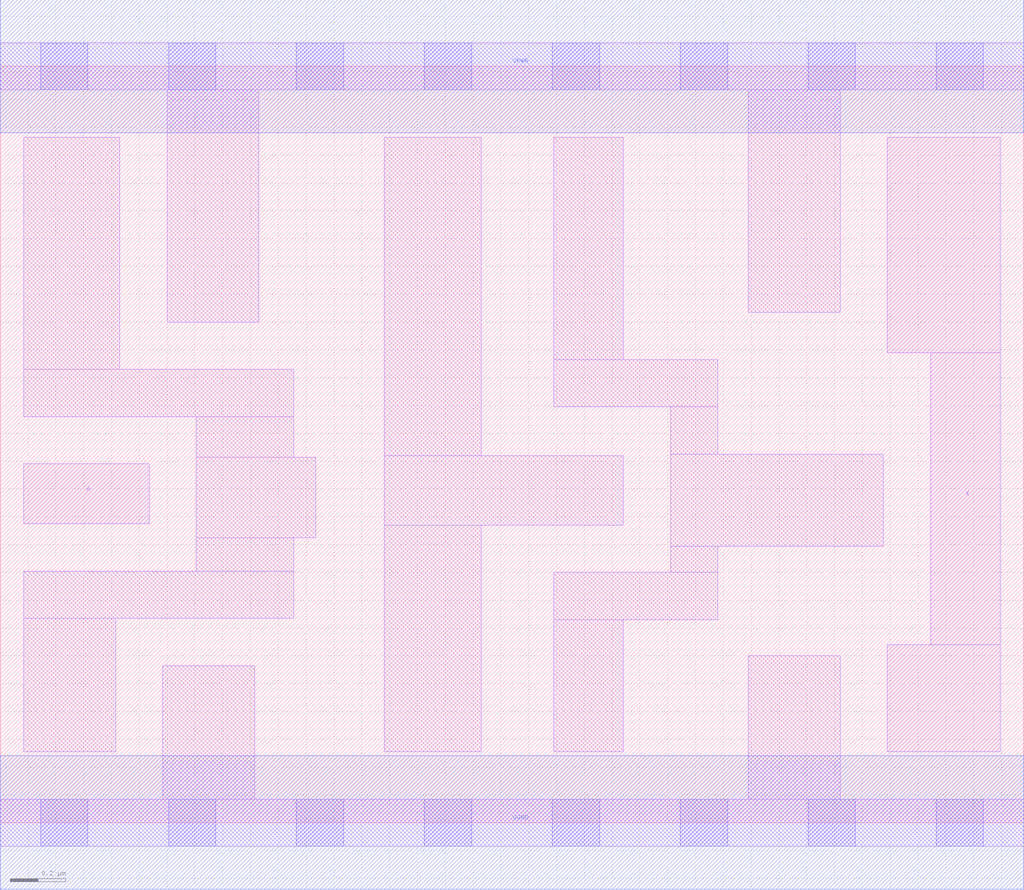
<source format=lef>
# Copyright 2020 The SkyWater PDK Authors
#
# Licensed under the Apache License, Version 2.0 (the "License");
# you may not use this file except in compliance with the License.
# You may obtain a copy of the License at
#
#     https://www.apache.org/licenses/LICENSE-2.0
#
# Unless required by applicable law or agreed to in writing, software
# distributed under the License is distributed on an "AS IS" BASIS,
# WITHOUT WARRANTIES OR CONDITIONS OF ANY KIND, either express or implied.
# See the License for the specific language governing permissions and
# limitations under the License.
#
# SPDX-License-Identifier: Apache-2.0

VERSION 5.7 ;
  NAMESCASESENSITIVE ON ;
  NOWIREEXTENSIONATPIN ON ;
  DIVIDERCHAR "/" ;
  BUSBITCHARS "[]" ;
UNITS
  DATABASE MICRONS 200 ;
END UNITS
MACRO sky130_fd_sc_hd__clkdlybuf4s50_1
  CLASS CORE ;
  SOURCE USER ;
  FOREIGN sky130_fd_sc_hd__clkdlybuf4s50_1 ;
  ORIGIN  0.000000  0.000000 ;
  SIZE  3.680000 BY  2.720000 ;
  SYMMETRY X Y R90 ;
  SITE unithd ;
  PIN A
    ANTENNAGATEAREA  0.213000 ;
    DIRECTION INPUT ;
    USE SIGNAL ;
    PORT
      LAYER li1 ;
        RECT 0.085000 1.075000 0.535000 1.290000 ;
    END
  END A
  PIN X
    ANTENNADIFFAREA  0.504100 ;
    DIRECTION OUTPUT ;
    USE SIGNAL ;
    PORT
      LAYER li1 ;
        RECT 3.190000 0.255000 3.595000 0.640000 ;
        RECT 3.190000 1.690000 3.595000 2.465000 ;
        RECT 3.345000 0.640000 3.595000 1.690000 ;
    END
  END X
  PIN VGND
    DIRECTION INOUT ;
    SHAPE ABUTMENT ;
    USE GROUND ;
    PORT
      LAYER met1 ;
        RECT 0.000000 -0.240000 3.680000 0.240000 ;
    END
  END VGND
  PIN VPWR
    DIRECTION INOUT ;
    SHAPE ABUTMENT ;
    USE POWER ;
    PORT
      LAYER met1 ;
        RECT 0.000000 2.480000 3.680000 2.960000 ;
    END
  END VPWR
  OBS
    LAYER li1 ;
      RECT 0.000000 -0.085000 3.680000 0.085000 ;
      RECT 0.000000  2.635000 3.680000 2.805000 ;
      RECT 0.085000  0.255000 0.415000 0.735000 ;
      RECT 0.085000  0.735000 1.055000 0.905000 ;
      RECT 0.085000  1.460000 1.055000 1.630000 ;
      RECT 0.085000  1.630000 0.430000 2.465000 ;
      RECT 0.585000  0.085000 0.915000 0.565000 ;
      RECT 0.600000  1.800000 0.930000 2.635000 ;
      RECT 0.705000  0.905000 1.055000 1.025000 ;
      RECT 0.705000  1.025000 1.135000 1.315000 ;
      RECT 0.705000  1.315000 1.055000 1.460000 ;
      RECT 1.380000  0.255000 1.730000 1.070000 ;
      RECT 1.380000  1.070000 2.240000 1.320000 ;
      RECT 1.380000  1.320000 1.730000 2.465000 ;
      RECT 1.990000  0.255000 2.240000 0.730000 ;
      RECT 1.990000  0.730000 2.580000 0.900000 ;
      RECT 1.990000  1.495000 2.580000 1.665000 ;
      RECT 1.990000  1.665000 2.240000 2.465000 ;
      RECT 2.410000  0.900000 2.580000 0.995000 ;
      RECT 2.410000  0.995000 3.175000 1.325000 ;
      RECT 2.410000  1.325000 2.580000 1.495000 ;
      RECT 2.690000  0.085000 3.020000 0.600000 ;
      RECT 2.690000  1.835000 3.020000 2.635000 ;
    LAYER mcon ;
      RECT 0.145000 -0.085000 0.315000 0.085000 ;
      RECT 0.145000  2.635000 0.315000 2.805000 ;
      RECT 0.605000 -0.085000 0.775000 0.085000 ;
      RECT 0.605000  2.635000 0.775000 2.805000 ;
      RECT 1.065000 -0.085000 1.235000 0.085000 ;
      RECT 1.065000  2.635000 1.235000 2.805000 ;
      RECT 1.525000 -0.085000 1.695000 0.085000 ;
      RECT 1.525000  2.635000 1.695000 2.805000 ;
      RECT 1.985000 -0.085000 2.155000 0.085000 ;
      RECT 1.985000  2.635000 2.155000 2.805000 ;
      RECT 2.445000 -0.085000 2.615000 0.085000 ;
      RECT 2.445000  2.635000 2.615000 2.805000 ;
      RECT 2.905000 -0.085000 3.075000 0.085000 ;
      RECT 2.905000  2.635000 3.075000 2.805000 ;
      RECT 3.365000 -0.085000 3.535000 0.085000 ;
      RECT 3.365000  2.635000 3.535000 2.805000 ;
  END
END sky130_fd_sc_hd__clkdlybuf4s50_1
END LIBRARY

</source>
